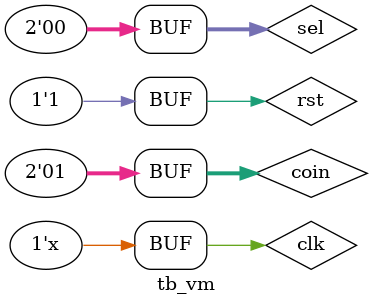
<source format=v>
`timescale 1ns / 1ps


module tb_vm;

	// Inputs
	reg clk;
	reg rst;
	reg [1:0] sel;
	reg [1:0] coin;

	// Outputs
	wire [3:0]change;
	wire pa;
	wire pb;
	wire pc;
	wire pd;

	// Instantiate the Unit Under Test (UUT)
	vm uut (
		.clk(clk), 
		.rst(rst), 
		.sel(sel), 
		.coin(coin), 
		.change(change), 
		.pa(pa), 
		.pb(pb), 
		.pc(pc), 
		.pd(pd)
	);
	
	initial
	clk = 0;
	always #5 clk=~clk;

	initial begin
		// Initialize Inputs
		
		rst = 0;
		sel = 0;
		coin = 0;
		#10
		rst=1;
		#10
		rst=0;
		#10
		sel=2'b10;  //for product c
		#10
		coin=2'b01;
		#10
		coin=2'b10;
		#10
		coin=2'b01;
		
		
	
		#40 sel=2'b11;
		coin=2'b10;		// for product d
		#10
		coin=2'b01;
		#10
		coin=2'b01;
		
		
		#30 sel=2'b00; // for product a

		coin=2'b10;
		#10
		coin=2'b01;
		#10 coin=2'b01;
		
   #20 rst=1;
		// Wait 100 ns for global reset to finish
		#50;
        
		// Add stimulus here

	end
      
endmodule


</source>
